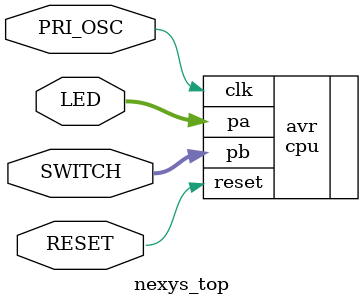
<source format=v>
module nexys_top (
        input  wire       PRI_OSC,
		  input	wire		  RESET,
        inout  wire [7:0] SWITCH,
        inout  wire [7:0] LED
    );

    cpu #(
        .INSTR_WIDTH     (16),
        .DATA_WIDTH      (8),
        .I_ADDR_WIDTH    (10),
        .ADDR_WIDTH      (16),
        .D_ADDR_WIDTH    (7),
        .IO_ADDR_WIDTH   (6),
        .R_ADDR_WIDTH    (5),
        .RST_ACTIVE_LEVEL(1)
    ) avr (
        .clk     			(PRI_OSC),
        .reset      		(RESET),
		  .pa					(LED),
		  .pb					(SWITCH)
    );
endmodule
</source>
